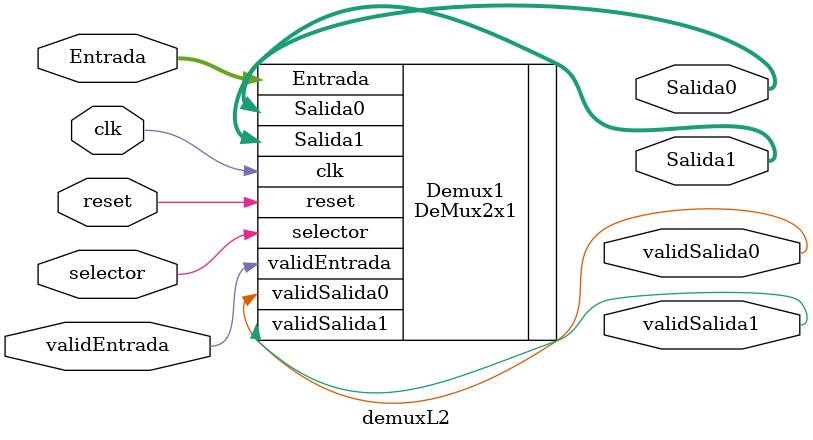
<source format=v>
`include "demux2x1.v"
module demuxL2(
    output [7:0]Salida0,
    output [7:0]Salida1,
    output validSalida0,
    output validSalida1,
    input [7:0]Entrada,
    input validEntrada,
    input selector,
    input clk,
    input reset);

    DeMux2x1 Demux1(
        //Outputs
        .Salida0  (Salida0[7:0]),
        .Salida1  (Salida1[7:0]),  
        .validSalida0 (validSalida0),
        .validSalida1 (validSalida1),
        //Inputs
        .Entrada    (Entrada[7:0]),
        .validEntrada   (validEntrada),
        .selector  (selector),
        .clk       (clk),
        .reset     (reset)
    );
endmodule
</source>
